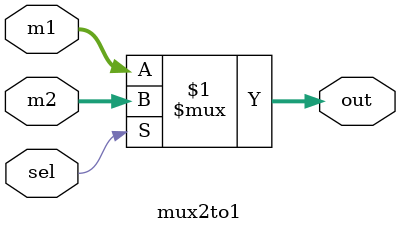
<source format=v>
module mux2to1 
#(	parameter MAX_WIDTH = 3)
(
    input wire [MAX_WIDTH-1:0] m1,
	 input wire [MAX_WIDTH-1:0] m2,
    input wire sel,  // La señal de selección
    output wire [MAX_WIDTH-1:0] out        // La salida
);

assign out = sel ? m2 : m1;

endmodule

</source>
